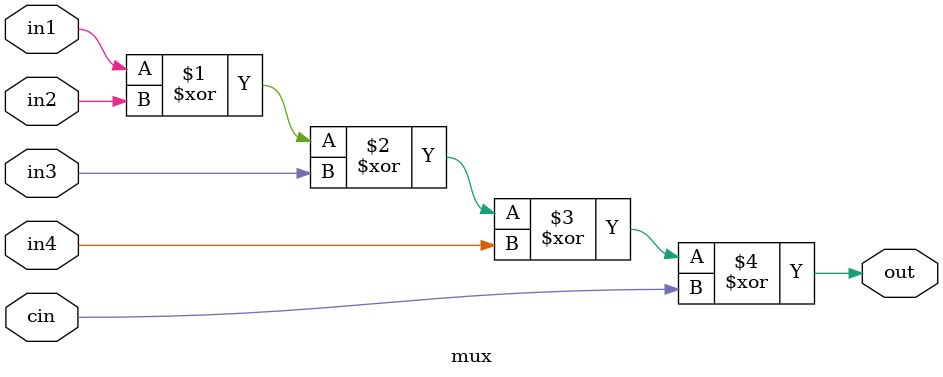
<source format=sv>
module mux(in1, in2 ,in3,in4 , cin, out);
  input in1, in2,in3,in4, cin;
  output reg out;
  assign out = in1 ^ in2 ^ in3^ in4^cin;
//  assign cout = (in1 & in2) | (in2 & cin) | (cin & in1);
endmodule
</source>
